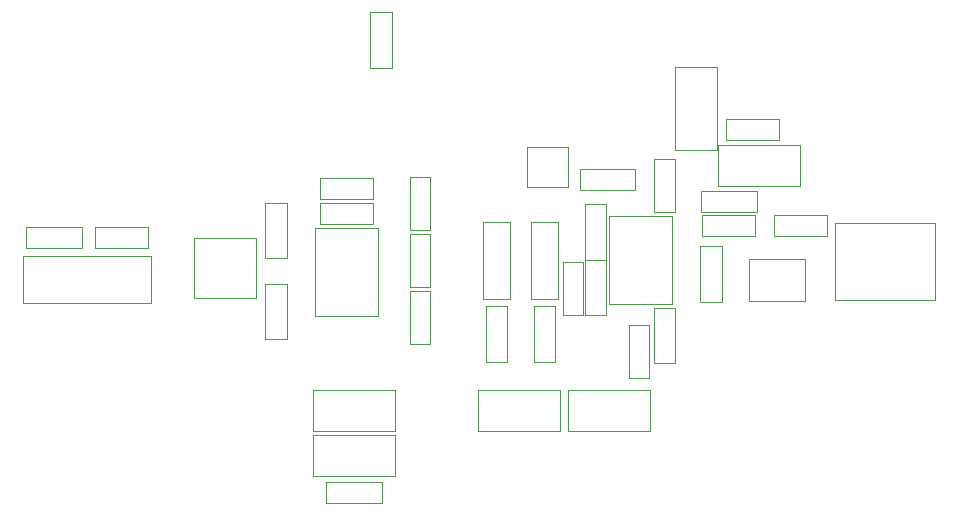
<source format=gbr>
G04 #@! TF.FileFunction,Other,User*
%FSLAX46Y46*%
G04 Gerber Fmt 4.6, Leading zero omitted, Abs format (unit mm)*
G04 Created by KiCad (PCBNEW 4.0.5) date 12/18/17 18:47:54*
%MOMM*%
%LPD*%
G01*
G04 APERTURE LIST*
%ADD10C,0.100000*%
%ADD11C,0.050000*%
G04 APERTURE END LIST*
D10*
D11*
X144515000Y-87058000D02*
X144515000Y-91758000D01*
X144515000Y-87058000D02*
X146315000Y-87058000D01*
X146315000Y-91758000D02*
X144515000Y-91758000D01*
X146315000Y-91758000D02*
X146315000Y-87058000D01*
X125846000Y-78295000D02*
X125846000Y-82995000D01*
X125846000Y-78295000D02*
X127646000Y-78295000D01*
X127646000Y-82995000D02*
X125846000Y-82995000D01*
X127646000Y-82995000D02*
X127646000Y-78295000D01*
X131000000Y-103770000D02*
X135700000Y-103770000D01*
X131000000Y-103770000D02*
X131000000Y-101970000D01*
X135700000Y-101970000D02*
X135700000Y-103770000D01*
X135700000Y-101970000D02*
X131000000Y-101970000D01*
X148579000Y-87058000D02*
X148579000Y-91758000D01*
X148579000Y-87058000D02*
X150379000Y-87058000D01*
X150379000Y-91758000D02*
X148579000Y-91758000D01*
X150379000Y-91758000D02*
X150379000Y-87058000D01*
X110300000Y-80380000D02*
X105600000Y-80380000D01*
X110300000Y-80380000D02*
X110300000Y-82180000D01*
X105600000Y-82180000D02*
X105600000Y-80380000D01*
X105600000Y-82180000D02*
X110300000Y-82180000D01*
X152463000Y-77227000D02*
X157163000Y-77227000D01*
X152463000Y-77227000D02*
X152463000Y-75427000D01*
X157163000Y-75427000D02*
X157163000Y-77227000D01*
X157163000Y-75427000D02*
X152463000Y-75427000D01*
X158739000Y-87185000D02*
X158739000Y-91885000D01*
X158739000Y-87185000D02*
X160539000Y-87185000D01*
X160539000Y-91885000D02*
X158739000Y-91885000D01*
X160539000Y-91885000D02*
X160539000Y-87185000D01*
X154697000Y-87821000D02*
X154697000Y-83121000D01*
X154697000Y-87821000D02*
X152897000Y-87821000D01*
X152897000Y-83121000D02*
X154697000Y-83121000D01*
X152897000Y-83121000D02*
X152897000Y-87821000D01*
X125846000Y-85153000D02*
X125846000Y-89853000D01*
X125846000Y-85153000D02*
X127646000Y-85153000D01*
X127646000Y-89853000D02*
X125846000Y-89853000D01*
X127646000Y-89853000D02*
X127646000Y-85153000D01*
X154697000Y-83122000D02*
X154697000Y-78422000D01*
X154697000Y-83122000D02*
X152897000Y-83122000D01*
X152897000Y-78422000D02*
X154697000Y-78422000D01*
X152897000Y-78422000D02*
X152897000Y-83122000D01*
X130465000Y-77969000D02*
X134965000Y-77969000D01*
X130465000Y-77969000D02*
X130465000Y-76219000D01*
X134965000Y-76219000D02*
X134965000Y-77969000D01*
X134965000Y-76219000D02*
X130465000Y-76219000D01*
X139818000Y-85435000D02*
X139818000Y-80935000D01*
X139818000Y-85435000D02*
X138068000Y-85435000D01*
X138068000Y-80935000D02*
X139818000Y-80935000D01*
X138068000Y-80935000D02*
X138068000Y-85435000D01*
X116144000Y-82836000D02*
X116144000Y-86836000D01*
X116144000Y-86836000D02*
X105344000Y-86836000D01*
X105344000Y-86836000D02*
X105344000Y-82836000D01*
X105344000Y-82836000D02*
X116144000Y-82836000D01*
X115915000Y-80400000D02*
X111415000Y-80400000D01*
X115915000Y-80400000D02*
X115915000Y-82150000D01*
X111415000Y-82150000D02*
X111415000Y-80400000D01*
X111415000Y-82150000D02*
X115915000Y-82150000D01*
X156600000Y-88682000D02*
X156600000Y-93182000D01*
X156600000Y-88682000D02*
X158350000Y-88682000D01*
X158350000Y-93182000D02*
X156600000Y-93182000D01*
X158350000Y-93182000D02*
X158350000Y-88682000D01*
X138058000Y-85761000D02*
X138058000Y-90261000D01*
X138058000Y-85761000D02*
X139808000Y-85761000D01*
X139808000Y-90261000D02*
X138058000Y-90261000D01*
X139808000Y-90261000D02*
X139808000Y-85761000D01*
X139818000Y-80609000D02*
X139818000Y-76109000D01*
X139818000Y-80609000D02*
X138068000Y-80609000D01*
X138068000Y-76109000D02*
X139818000Y-76109000D01*
X138068000Y-76109000D02*
X138068000Y-80609000D01*
X152772000Y-87848000D02*
X152772000Y-83348000D01*
X152772000Y-87848000D02*
X151022000Y-87848000D01*
X151022000Y-83348000D02*
X152772000Y-83348000D01*
X151022000Y-83348000D02*
X151022000Y-87848000D01*
X160519000Y-79085000D02*
X160519000Y-74585000D01*
X160519000Y-79085000D02*
X158769000Y-79085000D01*
X158769000Y-74585000D02*
X160519000Y-74585000D01*
X158769000Y-74585000D02*
X158769000Y-79085000D01*
X130465000Y-80128000D02*
X134965000Y-80128000D01*
X130465000Y-80128000D02*
X130465000Y-78378000D01*
X134965000Y-78378000D02*
X134965000Y-80128000D01*
X134965000Y-78378000D02*
X130465000Y-78378000D01*
X151440000Y-97635000D02*
X158440000Y-97635000D01*
X158440000Y-97635000D02*
X158440000Y-94135000D01*
X158440000Y-94135000D02*
X151440000Y-94135000D01*
X151440000Y-94135000D02*
X151440000Y-97635000D01*
X160307000Y-86915000D02*
X154907000Y-86915000D01*
X160307000Y-79455000D02*
X154907000Y-79455000D01*
X160307000Y-86915000D02*
X160307000Y-79455000D01*
X154907000Y-86915000D02*
X154907000Y-79455000D01*
X151483000Y-77011000D02*
X151483000Y-73611000D01*
X151483000Y-73611000D02*
X147983000Y-73611000D01*
X147983000Y-73611000D02*
X147983000Y-77011000D01*
X147983000Y-77011000D02*
X151483000Y-77011000D01*
X150820000Y-94135000D02*
X143820000Y-94135000D01*
X143820000Y-94135000D02*
X143820000Y-97635000D01*
X143820000Y-97635000D02*
X150820000Y-97635000D01*
X150820000Y-97635000D02*
X150820000Y-94135000D01*
X130015000Y-80471000D02*
X135415000Y-80471000D01*
X130015000Y-87931000D02*
X135415000Y-87931000D01*
X130015000Y-80471000D02*
X130015000Y-87931000D01*
X135415000Y-80471000D02*
X135415000Y-87931000D01*
X125078000Y-81290000D02*
X125078000Y-86340000D01*
X125078000Y-86340000D02*
X119778000Y-86340000D01*
X119778000Y-86340000D02*
X119778000Y-81290000D01*
X119778000Y-81290000D02*
X125078000Y-81290000D01*
X129850000Y-101445000D02*
X136850000Y-101445000D01*
X136850000Y-101445000D02*
X136850000Y-97945000D01*
X136850000Y-97945000D02*
X129850000Y-97945000D01*
X129850000Y-97945000D02*
X129850000Y-101445000D01*
X136850000Y-94135000D02*
X129850000Y-94135000D01*
X129850000Y-94135000D02*
X129850000Y-97635000D01*
X129850000Y-97635000D02*
X136850000Y-97635000D01*
X136850000Y-97635000D02*
X136850000Y-94135000D01*
X160556000Y-66858000D02*
X160556000Y-73858000D01*
X160556000Y-73858000D02*
X164056000Y-73858000D01*
X164056000Y-73858000D02*
X164056000Y-66858000D01*
X164056000Y-66858000D02*
X160556000Y-66858000D01*
X146525000Y-86435000D02*
X146525000Y-79935000D01*
X146525000Y-86435000D02*
X144315000Y-86435000D01*
X144315000Y-79935000D02*
X146525000Y-79935000D01*
X144315000Y-79935000D02*
X144315000Y-86435000D01*
X150589000Y-86435000D02*
X150589000Y-79935000D01*
X150589000Y-86435000D02*
X148379000Y-86435000D01*
X148379000Y-79935000D02*
X150589000Y-79935000D01*
X148379000Y-79935000D02*
X148379000Y-86435000D01*
X173446000Y-79384000D02*
X168946000Y-79384000D01*
X173446000Y-79384000D02*
X173446000Y-81134000D01*
X168946000Y-81134000D02*
X168946000Y-79384000D01*
X168946000Y-81134000D02*
X173446000Y-81134000D01*
X167350000Y-79384000D02*
X162850000Y-79384000D01*
X167350000Y-79384000D02*
X167350000Y-81134000D01*
X162850000Y-81134000D02*
X162850000Y-79384000D01*
X162850000Y-81134000D02*
X167350000Y-81134000D01*
X164882000Y-73016000D02*
X169382000Y-73016000D01*
X164882000Y-73016000D02*
X164882000Y-71266000D01*
X169382000Y-71266000D02*
X169382000Y-73016000D01*
X169382000Y-71266000D02*
X164882000Y-71266000D01*
X164140000Y-76934000D02*
X171140000Y-76934000D01*
X171140000Y-76934000D02*
X171140000Y-73434000D01*
X171140000Y-73434000D02*
X164140000Y-73434000D01*
X164140000Y-73434000D02*
X164140000Y-76934000D01*
X182558000Y-80062000D02*
X182558000Y-86562000D01*
X182558000Y-86562000D02*
X174058000Y-86562000D01*
X174058000Y-86562000D02*
X174058000Y-80062000D01*
X174058000Y-80062000D02*
X182558000Y-80062000D01*
X136536000Y-66866000D02*
X136536000Y-62166000D01*
X136536000Y-66866000D02*
X134736000Y-66866000D01*
X134736000Y-62166000D02*
X136536000Y-62166000D01*
X134736000Y-62166000D02*
X134736000Y-66866000D01*
X167450000Y-77332000D02*
X162750000Y-77332000D01*
X167450000Y-77332000D02*
X167450000Y-79132000D01*
X162750000Y-79132000D02*
X162750000Y-77332000D01*
X162750000Y-79132000D02*
X167450000Y-79132000D01*
X162676000Y-81978000D02*
X162676000Y-86678000D01*
X162676000Y-81978000D02*
X164476000Y-81978000D01*
X164476000Y-86678000D02*
X162676000Y-86678000D01*
X164476000Y-86678000D02*
X164476000Y-81978000D01*
X166784000Y-86636000D02*
X171544000Y-86636000D01*
X166784000Y-86636000D02*
X166784000Y-83036000D01*
X171544000Y-83036000D02*
X171544000Y-86636000D01*
X171544000Y-83036000D02*
X166784000Y-83036000D01*
M02*

</source>
